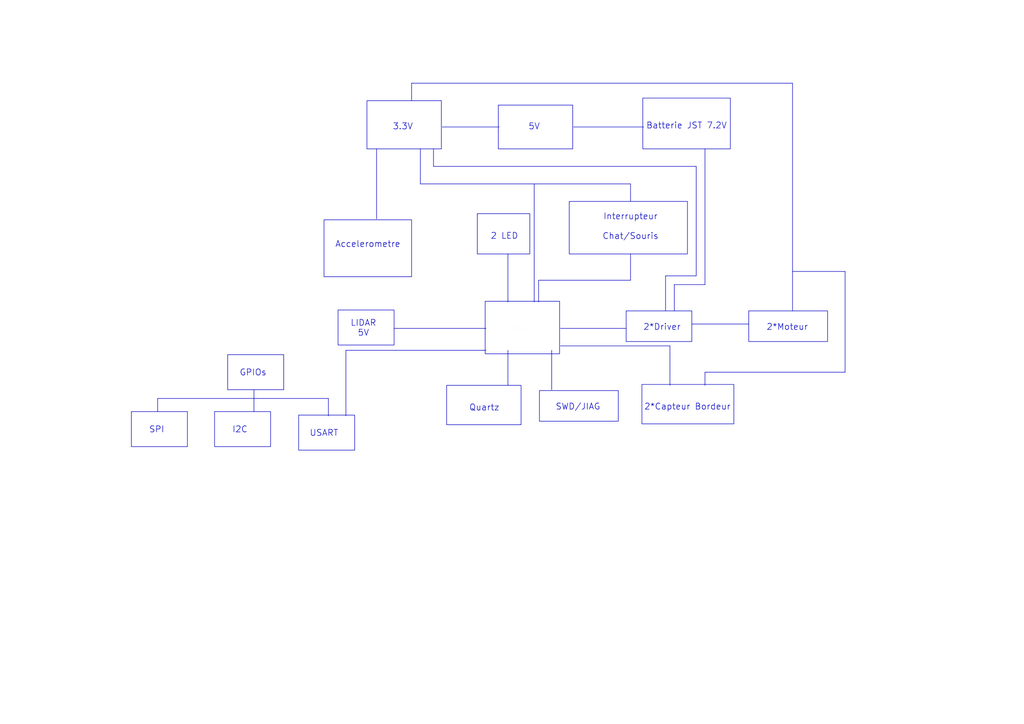
<source format=kicad_sch>
(kicad_sch
	(version 20231120)
	(generator "eeschema")
	(generator_version "8.0")
	(uuid "d3200fb1-7cb0-4a02-b2a3-280ddbc39fe3")
	(paper "A4")
	(lib_symbols)
	(rectangle
		(start 200.66 93.98)
		(end 217.17 93.98)
		(stroke
			(width 0)
			(type default)
		)
		(fill
			(type none)
		)
		(uuid 00e7140a-4ebe-455b-bb1d-3fdbb0d8d076)
	)
	(rectangle
		(start 128.27 36.83)
		(end 144.78 36.83)
		(stroke
			(width 0)
			(type default)
		)
		(fill
			(type none)
		)
		(uuid 055d1d30-68d0-4f49-9fe4-e3d307df81d1)
	)
	(rectangle
		(start 147.32 73.66)
		(end 147.32 87.63)
		(stroke
			(width 0)
			(type default)
		)
		(fill
			(type none)
		)
		(uuid 0c4cfd7f-1472-407a-b021-aa6d129624b2)
	)
	(rectangle
		(start 186.182 111.506)
		(end 212.852 122.936)
		(stroke
			(width 0)
			(type default)
		)
		(fill
			(type none)
		)
		(uuid 0fecb396-e462-46bc-af3e-1b44ab3aff38)
	)
	(rectangle
		(start 156.21 81.28)
		(end 182.88 81.28)
		(stroke
			(width 0)
			(type default)
		)
		(fill
			(type none)
		)
		(uuid 1496b241-6199-494d-808a-83f22a312552)
	)
	(rectangle
		(start 201.93 48.26)
		(end 201.93 80.01)
		(stroke
			(width 0)
			(type default)
		)
		(fill
			(type none)
		)
		(uuid 14dac186-d400-43b8-8dff-e92cde7d8c07)
	)
	(rectangle
		(start 160.02 101.6)
		(end 160.02 113.03)
		(stroke
			(width 0)
			(type default)
		)
		(fill
			(type none)
		)
		(uuid 1559d37e-07fa-4699-a602-e3c88b04a3bb)
	)
	(rectangle
		(start 125.73 43.18)
		(end 125.73 48.26)
		(stroke
			(width 0)
			(type default)
		)
		(fill
			(type none)
		)
		(uuid 1eb54f92-19d8-4332-b0c7-31d34ed52da5)
	)
	(rectangle
		(start 193.04 80.01)
		(end 193.04 80.01)
		(stroke
			(width 0)
			(type default)
		)
		(fill
			(type none)
		)
		(uuid 2120f47b-6d22-455c-8b4e-768462d7782b)
	)
	(rectangle
		(start 204.47 107.95)
		(end 204.47 111.76)
		(stroke
			(width 0)
			(type default)
		)
		(fill
			(type none)
		)
		(uuid 2b9363da-c2a6-47af-9f7c-18f4842df0cf)
	)
	(rectangle
		(start 144.526 30.48)
		(end 166.116 43.18)
		(stroke
			(width 0)
			(type default)
		)
		(fill
			(type none)
		)
		(uuid 2cff1a00-ba8b-48bc-8b9c-f64eefe8c5a8)
	)
	(rectangle
		(start 66.04 102.87)
		(end 82.296 113.03)
		(stroke
			(width 0)
			(type default)
		)
		(fill
			(type none)
		)
		(uuid 2d19494a-2755-4b9d-8e60-51c34a800345)
	)
	(rectangle
		(start 154.94 53.34)
		(end 154.94 87.63)
		(stroke
			(width 0)
			(type default)
		)
		(fill
			(type none)
		)
		(uuid 3856e788-b949-4a7b-8d38-4c3c60a75dab)
	)
	(rectangle
		(start 182.88 53.34)
		(end 182.88 58.42)
		(stroke
			(width 0)
			(type default)
		)
		(fill
			(type none)
		)
		(uuid 3f7228fd-a54d-4fa8-8270-76867b517da4)
	)
	(rectangle
		(start 38.1 119.38)
		(end 54.356 129.54)
		(stroke
			(width 0)
			(type default)
		)
		(fill
			(type none)
		)
		(uuid 4292dcbb-be82-4abd-9b2a-1d899fc9b32a)
	)
	(rectangle
		(start 229.87 78.74)
		(end 245.11 78.74)
		(stroke
			(width 0)
			(type default)
		)
		(fill
			(type none)
		)
		(uuid 4507ff4c-b3d9-4eeb-bb88-add27e87d92d)
	)
	(rectangle
		(start 182.88 73.66)
		(end 182.88 81.28)
		(stroke
			(width 0)
			(type default)
		)
		(fill
			(type none)
		)
		(uuid 4605c7f9-df3d-4dbc-9db1-1b352999b95a)
	)
	(rectangle
		(start 93.98 63.754)
		(end 119.38 80.264)
		(stroke
			(width 0)
			(type default)
		)
		(fill
			(type none)
		)
		(uuid 488eea93-1f4d-47c4-840b-bed1e2693a10)
	)
	(rectangle
		(start 100.33 101.6)
		(end 100.33 120.65)
		(stroke
			(width 0)
			(type default)
		)
		(fill
			(type none)
		)
		(uuid 4d254765-8879-4263-8dfa-b47b5711326b)
	)
	(rectangle
		(start 166.37 36.83)
		(end 186.69 36.83)
		(stroke
			(width 0)
			(type default)
		)
		(fill
			(type none)
		)
		(uuid 4d3bd195-ab22-45c2-9a87-6f9d65bd050f)
	)
	(rectangle
		(start 165.1 58.42)
		(end 199.39 73.66)
		(stroke
			(width 0)
			(type default)
		)
		(fill
			(type none)
		)
		(uuid 4ecaefae-12ae-4af5-9e43-8bb759826186)
	)
	(rectangle
		(start 181.61 90.17)
		(end 200.66 99.06)
		(stroke
			(width 0)
			(type default)
		)
		(fill
			(type none)
		)
		(uuid 607d62de-d458-463a-84e6-5c4b367bd460)
	)
	(rectangle
		(start 217.17 90.17)
		(end 240.03 99.06)
		(stroke
			(width 0)
			(type default)
		)
		(fill
			(type none)
		)
		(uuid 634987b7-b7fc-41ca-87fe-ec1ec220f2ae)
	)
	(rectangle
		(start 73.66 113.03)
		(end 73.66 119.38)
		(stroke
			(width 0)
			(type default)
		)
		(fill
			(type none)
		)
		(uuid 65a47887-5afb-4d00-a2b4-2ce467915a64)
	)
	(rectangle
		(start 95.25 115.57)
		(end 95.25 120.65)
		(stroke
			(width 0)
			(type default)
		)
		(fill
			(type none)
		)
		(uuid 68382504-12f7-4ed8-ad92-6137b0686694)
	)
	(rectangle
		(start 245.11 78.74)
		(end 245.11 107.95)
		(stroke
			(width 0)
			(type default)
		)
		(fill
			(type none)
		)
		(uuid 6a855f2f-2ee3-4591-93c9-6863f51cf5b3)
	)
	(rectangle
		(start 86.614 120.396)
		(end 102.87 130.556)
		(stroke
			(width 0)
			(type default)
		)
		(fill
			(type none)
		)
		(uuid 70d126d2-3469-4787-85bb-dc72f75abf23)
	)
	(rectangle
		(start 193.04 80.01)
		(end 201.93 80.01)
		(stroke
			(width 0)
			(type default)
		)
		(fill
			(type none)
		)
		(uuid 72a6a2e3-bd52-48fa-8b17-19f0eb2e066d)
	)
	(rectangle
		(start 125.73 48.26)
		(end 201.93 48.26)
		(stroke
			(width 0)
			(type default)
		)
		(fill
			(type none)
		)
		(uuid 730b2b5b-aedb-4172-8a3a-ed7ff115c0d5)
	)
	(rectangle
		(start 119.38 24.13)
		(end 119.38 29.21)
		(stroke
			(width 0)
			(type default)
		)
		(fill
			(type none)
		)
		(uuid 74812d4c-0a62-41c5-89b1-361f12b50374)
	)
	(rectangle
		(start 129.54 111.76)
		(end 151.13 123.19)
		(stroke
			(width 0)
			(type default)
		)
		(fill
			(type none)
		)
		(uuid 74ca8e70-89fe-45a3-b3c7-a13d91b64cd3)
	)
	(rectangle
		(start 45.72 115.57)
		(end 95.25 115.57)
		(stroke
			(width 0)
			(type default)
		)
		(fill
			(type none)
		)
		(uuid 75aafa12-3fab-48e3-8970-2b8e73f34cc1)
	)
	(rectangle
		(start 98.044 89.916)
		(end 114.3 100.076)
		(stroke
			(width 0)
			(type default)
		)
		(fill
			(type none)
		)
		(uuid 7b09a718-e0df-4d6b-9085-739d8f0361a1)
	)
	(rectangle
		(start 121.92 53.34)
		(end 182.88 53.34)
		(stroke
			(width 0)
			(type default)
		)
		(fill
			(type none)
		)
		(uuid 7cebc35a-6513-416e-9494-f991b9236efa)
	)
	(rectangle
		(start 106.426 29.21)
		(end 128.016 43.18)
		(stroke
			(width 0)
			(type default)
		)
		(fill
			(type none)
		)
		(uuid 81fae09c-6361-4fcb-88f2-8763158bf987)
	)
	(rectangle
		(start 193.04 80.01)
		(end 193.04 90.17)
		(stroke
			(width 0)
			(type default)
		)
		(fill
			(type none)
		)
		(uuid 8c027dbb-cf9b-411c-b002-4190c688a875)
	)
	(rectangle
		(start 204.47 43.18)
		(end 204.47 82.55)
		(stroke
			(width 0)
			(type default)
		)
		(fill
			(type none)
		)
		(uuid 9c5760ba-c30b-4ed7-b1eb-905478896ff7)
	)
	(rectangle
		(start 138.43 61.976)
		(end 153.67 73.66)
		(stroke
			(width 0)
			(type default)
		)
		(fill
			(type none)
		)
		(uuid a0d30b4d-ec4b-4961-b1e7-aa33f9d16945)
	)
	(rectangle
		(start 62.23 119.38)
		(end 78.486 129.54)
		(stroke
			(width 0)
			(type default)
		)
		(fill
			(type none)
		)
		(uuid a168394b-2e97-4745-84dc-5d31357bf945)
	)
	(rectangle
		(start 194.31 100.33)
		(end 194.31 111.76)
		(stroke
			(width 0)
			(type default)
		)
		(fill
			(type none)
		)
		(uuid aad4d66a-3ade-455e-830a-81bfb0016980)
	)
	(rectangle
		(start 186.436 28.448)
		(end 211.836 43.18)
		(stroke
			(width 0)
			(type default)
		)
		(fill
			(type none)
		)
		(uuid ab9218dd-9415-41bf-b096-7f68a41a981f)
	)
	(rectangle
		(start 156.21 81.28)
		(end 156.21 87.63)
		(stroke
			(width 0)
			(type default)
		)
		(fill
			(type none)
		)
		(uuid acb15719-3f3c-4485-ba6d-d6eaad95e0ed)
	)
	(rectangle
		(start 204.47 107.95)
		(end 245.11 107.95)
		(stroke
			(width 0)
			(type default)
		)
		(fill
			(type none)
		)
		(uuid b184f694-8a62-4d19-91fc-4eaf37516e0a)
	)
	(rectangle
		(start 114.3 95.25)
		(end 140.97 95.25)
		(stroke
			(width 0)
			(type default)
		)
		(fill
			(type none)
		)
		(uuid b6a3989a-0760-465f-846b-dcfd53e86ba3)
	)
	(rectangle
		(start 195.58 82.55)
		(end 204.47 82.55)
		(stroke
			(width 0)
			(type default)
		)
		(fill
			(type none)
		)
		(uuid b6d10a57-695b-4063-afa2-8a822cef786f)
	)
	(rectangle
		(start 119.38 25.4)
		(end 119.38 25.4)
		(stroke
			(width 0)
			(type default)
		)
		(fill
			(type none)
		)
		(uuid b8d40d49-8f56-4219-8fe3-7f4f31c95d2e)
	)
	(rectangle
		(start 162.56 95.25)
		(end 181.61 95.25)
		(stroke
			(width 0)
			(type default)
		)
		(fill
			(type none)
		)
		(uuid b8f4b171-9018-4388-a5ac-4fde8568d092)
	)
	(rectangle
		(start 140.716 87.376)
		(end 162.306 102.616)
		(stroke
			(width 0)
			(type default)
		)
		(fill
			(type color)
			(color 0 0 0 0)
		)
		(uuid bb67c86c-6f8c-4cb7-97d7-1a1fd10b3ae8)
	)
	(rectangle
		(start 109.22 43.18)
		(end 109.22 63.5)
		(stroke
			(width 0)
			(type default)
		)
		(fill
			(type none)
		)
		(uuid bdfcfcee-bb3c-4b2e-90de-c03882ebef04)
	)
	(rectangle
		(start 45.72 115.57)
		(end 45.72 119.38)
		(stroke
			(width 0)
			(type default)
		)
		(fill
			(type none)
		)
		(uuid c9950742-e13c-46ef-9c5f-00c5bd1363a5)
	)
	(rectangle
		(start 121.92 43.18)
		(end 121.92 53.34)
		(stroke
			(width 0)
			(type default)
		)
		(fill
			(type none)
		)
		(uuid c99c9698-106b-4bd0-a2e1-0135069a1398)
	)
	(rectangle
		(start 156.464 113.284)
		(end 179.324 122.174)
		(stroke
			(width 0)
			(type default)
		)
		(fill
			(type none)
		)
		(uuid cb5e69ee-c986-4265-8c08-7db5eef94f07)
	)
	(rectangle
		(start 162.56 100.33)
		(end 194.31 100.33)
		(stroke
			(width 0)
			(type default)
		)
		(fill
			(type none)
		)
		(uuid d01a4ec8-01b6-4538-ab56-f502b07cc9b7)
	)
	(rectangle
		(start 119.38 24.13)
		(end 229.87 24.13)
		(stroke
			(width 0)
			(type default)
		)
		(fill
			(type none)
		)
		(uuid daab4375-ca06-41ba-97ef-126cdbe430c8)
	)
	(rectangle
		(start 100.33 101.6)
		(end 140.97 101.6)
		(stroke
			(width 0)
			(type default)
		)
		(fill
			(type none)
		)
		(uuid e34f0896-2946-4244-baa0-e423a850cef0)
	)
	(rectangle
		(start 229.87 24.13)
		(end 229.87 90.17)
		(stroke
			(width 0)
			(type default)
		)
		(fill
			(type none)
		)
		(uuid e7298db8-55d6-471e-a689-9c67a77a97d8)
	)
	(rectangle
		(start 119.38 24.13)
		(end 119.38 24.13)
		(stroke
			(width 0)
			(type default)
		)
		(fill
			(type none)
		)
		(uuid ecb9ad6f-711a-49b4-8dfd-a99622f26897)
	)
	(rectangle
		(start 195.58 82.55)
		(end 195.58 90.17)
		(stroke
			(width 0)
			(type default)
		)
		(fill
			(type none)
		)
		(uuid f3780847-a3ca-45ee-8d05-fb7889ddee7c)
	)
	(rectangle
		(start 147.32 101.6)
		(end 147.32 111.76)
		(stroke
			(width 0)
			(type default)
		)
		(fill
			(type none)
		)
		(uuid f6cb66e7-159e-4fe4-b384-5512f8e4c284)
	)
	(text "I2C"
		(exclude_from_sim no)
		(at 69.596 124.714 0)
		(effects
			(font
				(size 1.778 1.778)
			)
		)
		(uuid "00513f70-4c39-45f5-9dcc-cd16e6d955af")
	)
	(text "USART"
		(exclude_from_sim no)
		(at 93.98 125.73 0)
		(effects
			(font
				(size 1.778 1.778)
			)
		)
		(uuid "03f07abb-fc66-4d9a-a928-8c747bdbcbe1")
	)
	(text "2 LED"
		(exclude_from_sim no)
		(at 146.304 68.58 0)
		(effects
			(font
				(size 1.778 1.778)
			)
		)
		(uuid "0cf4ded6-fb73-4349-a42e-7057249b2906")
	)
	(text "3.3V\n"
		(exclude_from_sim no)
		(at 116.84 36.83 0)
		(effects
			(font
				(size 1.778 1.778)
			)
		)
		(uuid "19a3df01-0048-4c4f-a734-87fa66c362af")
	)
	(text "Quartz"
		(exclude_from_sim no)
		(at 140.462 118.364 0)
		(effects
			(font
				(size 1.778 1.778)
			)
		)
		(uuid "248029e9-7d41-49bd-87d7-9300f96d876d")
	)
	(text "SWD/JIAG"
		(exclude_from_sim no)
		(at 167.64 118.11 0)
		(effects
			(font
				(size 1.778 1.778)
			)
		)
		(uuid "2ea8a9b4-8ffd-46fe-ab63-c9c27193a0eb")
	)
	(text "SPI"
		(exclude_from_sim no)
		(at 45.466 124.714 0)
		(effects
			(font
				(size 1.778 1.778)
			)
		)
		(uuid "3751c97a-b61f-4ba7-bc6a-6457747740f7")
	)
	(text "GPIOs\n"
		(exclude_from_sim no)
		(at 73.406 108.204 0)
		(effects
			(font
				(size 1.778 1.778)
			)
		)
		(uuid "61d44683-28d5-4ef3-813d-21a85297f576")
	)
	(text "2*Moteur"
		(exclude_from_sim no)
		(at 228.346 94.996 0)
		(effects
			(font
				(size 1.778 1.778)
			)
		)
		(uuid "8d8b5566-5c8e-4cbc-9d83-c140a89d89e3")
	)
	(text "Accelerometre\n\n"
		(exclude_from_sim no)
		(at 106.68 72.39 0)
		(effects
			(font
				(size 1.778 1.778)
			)
		)
		(uuid "9297ea30-837c-45a7-95ee-151a3d99c95c")
	)
	(text "Interrupteur\n\nChat/Souris"
		(exclude_from_sim no)
		(at 182.88 65.786 0)
		(effects
			(font
				(size 1.778 1.778)
			)
		)
		(uuid "9d6ec187-6808-404f-bb18-b50d77802182")
	)
	(text "5V\n"
		(exclude_from_sim no)
		(at 154.94 36.83 0)
		(effects
			(font
				(size 1.778 1.778)
			)
		)
		(uuid "ca8befdd-d238-4084-ba51-0290a32081d8")
	)
	(text "LIDAR\n5V"
		(exclude_from_sim no)
		(at 105.41 95.25 0)
		(effects
			(font
				(size 1.778 1.778)
			)
		)
		(uuid "d00247b5-c839-4454-9097-e486ac50fbdb")
	)
	(text "Batterie JST 7.2V\n"
		(exclude_from_sim no)
		(at 199.136 36.576 0)
		(effects
			(font
				(size 1.778 1.778)
			)
		)
		(uuid "d5fc5492-c45b-4210-9b5b-68ea661c9c78")
	)
	(text "2*Driver"
		(exclude_from_sim no)
		(at 192.024 94.996 0)
		(effects
			(font
				(size 1.778 1.778)
			)
		)
		(uuid "d617d0ad-53eb-4e20-ba40-d43bfe5b823a")
	)
	(text "2*Capteur Bordeur"
		(exclude_from_sim no)
		(at 199.39 118.11 0)
		(effects
			(font
				(size 1.778 1.778)
			)
		)
		(uuid "db0b5dca-2a8a-4382-8d42-de47c6cd8eb1")
	)
	(text "MCU"
		(exclude_from_sim no)
		(at 151.13 95.25 0)
		(effects
			(font
				(size 1.778 1.778)
				(color 248 251 255 1)
			)
		)
		(uuid "df448a71-9333-4c4e-bc9c-dba846d9e5c5")
	)
)

</source>
